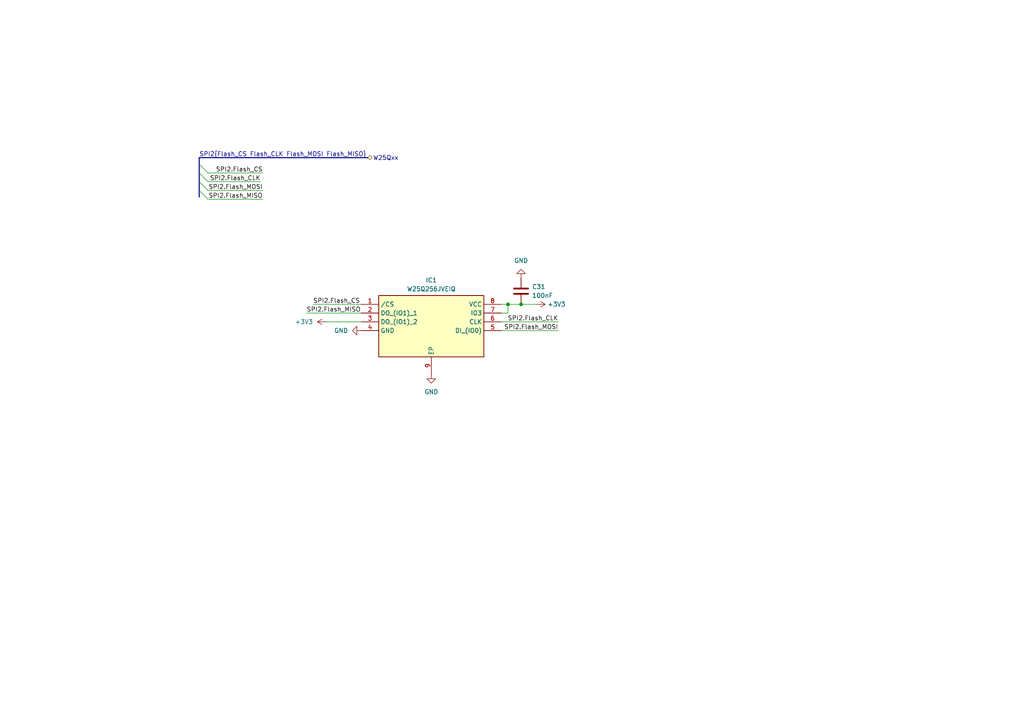
<source format=kicad_sch>
(kicad_sch (version 20230121) (generator eeschema)
  (paper "A4")
  (title_block (title "NewSkyF7-Air") (date "2023-12-01") (rev "1.0V"))
  (lib_symbols
    (symbol "Device:C" (pin_numbers hide) (pin_names (offset 0.254))
      (property "Reference" "C" (at 0.635 2.54 0))
      (property "Value" "C" (at 0.635 -2.54 0))
      (symbol "C_0_1"
        (polyline (pts (xy -2.032 -0.762) (xy 2.032 -0.762)) (stroke (width 0.508)))
        (polyline (pts (xy -2.032 0.762) (xy 2.032 0.762)) (stroke (width 0.508)))
      )
      (symbol "C_1_1"
        (pin passive line (at 0 3.81 270) (length 2.794) (name "~") (number "1"))
        (pin passive line (at 0 -3.81 90) (length 2.794) (name "~") (number "2"))
      )
    )
    (symbol "Thorn_Library:W25Q256JVEIQ"
      (property "Reference" "IC" (at 16.51 13.335 0))
      (property "Value" "W25Q256JVEIQ" (at 16.51 10.795 0))
      (symbol "W25Q256JVEIQ_1_1"
        (rectangle (start -15.24 8.255) (end 15.24 -9.525) (stroke (width 0.254)) (fill (type background)))
        (pin passive line (at -20.32 5.715 0) (length 5.08) (name "/CS") (number "1"))
        (pin passive line (at -20.32 3.175 0) (length 5.08) (name "DO_(IO1)_1") (number "2"))
        (pin passive line (at -20.32 0.635 0) (length 5.08) (name "DO_(IO1)_2") (number "3"))
        (pin passive line (at -20.32 -1.905 0) (length 5.08) (name "GND") (number "4"))
        (pin passive line (at 20.32 -1.905 180) (length 5.08) (name "DI_(IO0)") (number "5"))
        (pin passive line (at 20.32 0.635 180) (length 5.08) (name "CLK") (number "6"))
        (pin passive line (at 20.32 3.175 180) (length 5.08) (name "IO3") (number "7"))
        (pin passive line (at 20.32 5.715 180) (length 5.08) (name "VCC") (number "8"))
        (pin passive line (at 0 -14.605 90) (length 5.08) (name "EP") (number "9"))
      )
    )
    (symbol "power:+3V3" (power) (pin_names (offset 0))
      (property "Value" "+3V3" (at 0 3.556 0))
      (symbol "+3V3_0_1"
        (polyline (pts (xy -0.762 1.27) (xy 0 2.54)))
        (polyline (pts (xy 0 0) (xy 0 2.54)))
        (polyline (pts (xy 0 2.54) (xy 0.762 1.27)))
      )
      (symbol "+3V3_1_1"
        (pin power_in line (at 0 0 90) (length 0) hide (name "+3V3") (number "1"))
      )
    )
    (symbol "power:GND" (power) (pin_names (offset 0))
      (property "Value" "GND" (at 0 -3.81 0))
      (symbol "GND_0_1"
        (polyline (pts (xy 0 0) (xy 0 -1.27) (xy 1.27 -1.27) (xy 0 -2.54) (xy -1.27 -1.27) (xy 0 -1.27)))
      )
      (symbol "GND_1_1"
        (pin power_in line (at 0 0 270) (length 0) hide (name "GND") (number "1"))
      )
    )
  )
  (junction (at 147.32 88.265))
  (junction (at 151.13 88.265))
  (bus_entry (at 57.785 47.625) (size 2.54 2.54))
  (bus_entry (at 57.785 52.705) (size 2.54 2.54))
  (bus_entry (at 57.785 55.245) (size 2.54 2.54))
  (bus_entry (at 57.785 50.165) (size 2.54 2.54))
  (bus (pts (xy 57.785 55.245) (xy 57.785 57.15)))
  (bus (pts (xy 57.785 47.625) (xy 57.785 50.165)))
  (wire (pts (xy 75.565 52.705) (xy 60.325 52.705)))
  (wire (pts (xy 147.32 90.805) (xy 147.32 88.265)))
  (wire (pts (xy 104.775 90.805) (xy 88.9 90.805)))
  (wire (pts (xy 76.2 50.165) (xy 60.325 50.165)))
  (wire (pts (xy 60.325 57.785) (xy 76.2 57.785)))
  (wire (pts (xy 151.13 88.265) (xy 147.32 88.265)))
  (wire (pts (xy 161.925 93.345) (xy 145.415 93.345)))
  (wire (pts (xy 155.575 88.265) (xy 151.13 88.265)))
  (bus (pts (xy 57.785 45.72) (xy 57.785 47.625)))
  (bus (pts (xy 57.785 50.165) (xy 57.785 52.705)))
  (wire (pts (xy 90.805 88.265) (xy 104.775 88.265)))
  (wire (pts (xy 145.415 90.805) (xy 147.32 90.805)))
  (wire (pts (xy 60.325 55.245) (xy 76.2 55.245)))
  (wire (pts (xy 145.415 95.885) (xy 161.925 95.885)))
  (wire (pts (xy 147.32 88.265) (xy 145.415 88.265)))
  (wire (pts (xy 94.615 93.345) (xy 104.775 93.345)))
  (bus (pts (xy 57.785 52.705) (xy 57.785 55.245)))
  (bus (pts (xy 57.785 45.72) (xy 106.68 45.72)))
  (label "SPI2.Flash_CS" (at 90.805 88.265 0))
  (label "SPI2.Flash_CS" (at 76.2 50.165 180))
  (label "SPI2.Flash_CLK" (at 75.565 52.705 180))
  (label "SPI2.Flash_MISO" (at 76.2 57.785 180))
  (label "SPI2.Flash_CLK" (at 161.925 93.345 180))
  (label "SPI2.Flash_MOSI" (at 161.925 95.885 180))
  (label "SPI2{Flash_CS Flash_CLK Flash_MOSI Flash_MISO}" (at 57.785 45.72 0))
  (label "SPI2.Flash_MOSI" (at 76.2 55.245 180))
  (label "SPI2.Flash_MISO" (at 88.9 90.805 0))
  (hierarchical_label "W25Qxx" (shape bidirectional) (at 106.68 45.72 0))
  (symbol (lib_id "Device:C") (at 151.13 84.455 0) (unit 1)
    (property "Reference" "C31" (at 154.305 83.1849 0) (effects (justify left)))
    (property "Value" "100nF" (at 154.305 85.7249 0) (effects (justify left)))
    (property "Footprint" "Capacitor_SMD:C_0402_1005Metric" (effects hide))
    (instances (project "STM32F745" (path "" (reference "C31") (unit 1))) (project "STM32F446" (path "" (reference "C38") (unit 1))) (project "NewSkyF7-Air" (path "" (reference "C32") (unit 1))))
  )
  (symbol (lib_id "Thorn_Library:W25Q256JVEIQ") (at 125.095 93.98 0) (unit 1)
    (property "Reference" "IC1" (at 125.095 81.28 0))
    (property "Value" "W25Q256JVEIQ" (at 125.095 83.82 0))
    (property "Footprint" "NewSkyF7-Air:SON127P800X600X80-9N-D" (effects hide))
    (property "Datasheet" "https://www.winbond.com/hq/search-resource-file.jsp?partNo=W25Q256JVEIQ&type=datasheet" (effects hide))
    (property "Height" "0.8" (effects hide))
    (property "Manufacturer_Name" "Winbond" (effects hide))
    (property "Manufacturer_Part_Number" "W25Q256JVEIQ" (effects hide))
    (property "Mouser Part Number" "454-W25Q256JVEIQ" (effects hide))
    (property "Mouser Price/Stock" "https://www.mouser.co.uk/ProductDetail/Winbond/W25Q256JVEIQ?qs=qSfuJ%252Bfl%2Fd4o%2FNFUf7yCgA%3D%3D" (effects hide))
    (property "Arrow Part Number" "W25Q256JVEIQ" (effects hide))
    (property "Arrow Price/Stock" "https://www.arrow.com/en/products/w25q256jveiq/winbond-electronics?region=nac" (effects hide))
    (instances (project "H723ZG" (path "" (reference "IC1") (unit 1))) (project "Core" (path "" (reference "IC1") (unit 1))) (project "NewSkyF7-Air" (path "" (reference "IC4") (unit 1))) (project "H750IB" (path "" (reference "IC2") (unit 1))))
  )
  (symbol (lib_id "power:GND") (at 151.13 80.645 180) (unit 1)
    (property "Reference" "#PWR065" (effects hide))
    (property "Value" "GND" (at 151.13 75.565 0))
    (instances (project "STM32F745" (path "" (reference "#PWR065") (unit 1))) (project "STM32F446" (path "" (reference "#PWR0172") (unit 1))) (project "NewSkyF7-Air" (path "" (reference "#PWR0103") (unit 1))))
  )
  (symbol (lib_id "power:GND") (at 125.095 108.585 0) (unit 1)
    (property "Reference" "#PWR066" (effects hide))
    (property "Value" "GND" (at 125.095 113.665 0))
    (instances (project "STM32F745" (path "" (reference "#PWR066") (unit 1))) (project "STM32F446" (path "" (reference "#PWR0171") (unit 1))) (project "NewSkyF7-Air" (path "" (reference "#PWR0101") (unit 1))))
  )
  (symbol (lib_id "power:GND") (at 104.775 95.885 270) (unit 1)
    (property "Reference" "#PWR066" (effects hide))
    (property "Value" "GND" (at 100.965 95.885 90) (effects (justify right)))
    (instances (project "STM32F745" (path "" (reference "#PWR066") (unit 1))) (project "STM32F446" (path "" (reference "#PWR0171") (unit 1))) (project "NewSkyF7-Air" (path "" (reference "#PWR0102") (unit 1))))
  )
  (symbol (lib_id "power:+3V3") (at 155.575 88.265 270) (unit 1)
    (property "Reference" "#PWR064" (effects hide))
    (property "Value" "+3V3" (at 158.75 88.265 90) (effects (justify left)))
    (instances (project "STM32F745" (path "" (reference "#PWR064") (unit 1))) (project "STM32F446" (path "" (reference "#PWR0174") (unit 1))) (project "NewSkyF7-Air" (path "" (reference "#PWR0100") (unit 1))))
  )
  (symbol (lib_id "power:+3V3") (at 94.615 93.345 90) (unit 1)
    (property "Reference" "#PWR064" (effects hide))
    (property "Value" "+3V3" (at 90.805 93.345 90) (effects (justify left)))
    (instances (project "STM32F745" (path "" (reference "#PWR064") (unit 1))) (project "STM32F446" (path "" (reference "#PWR0174") (unit 1))) (project "NewSkyF7-Air" (path "" (reference "#PWR081") (unit 1))))
  )
)
</source>
